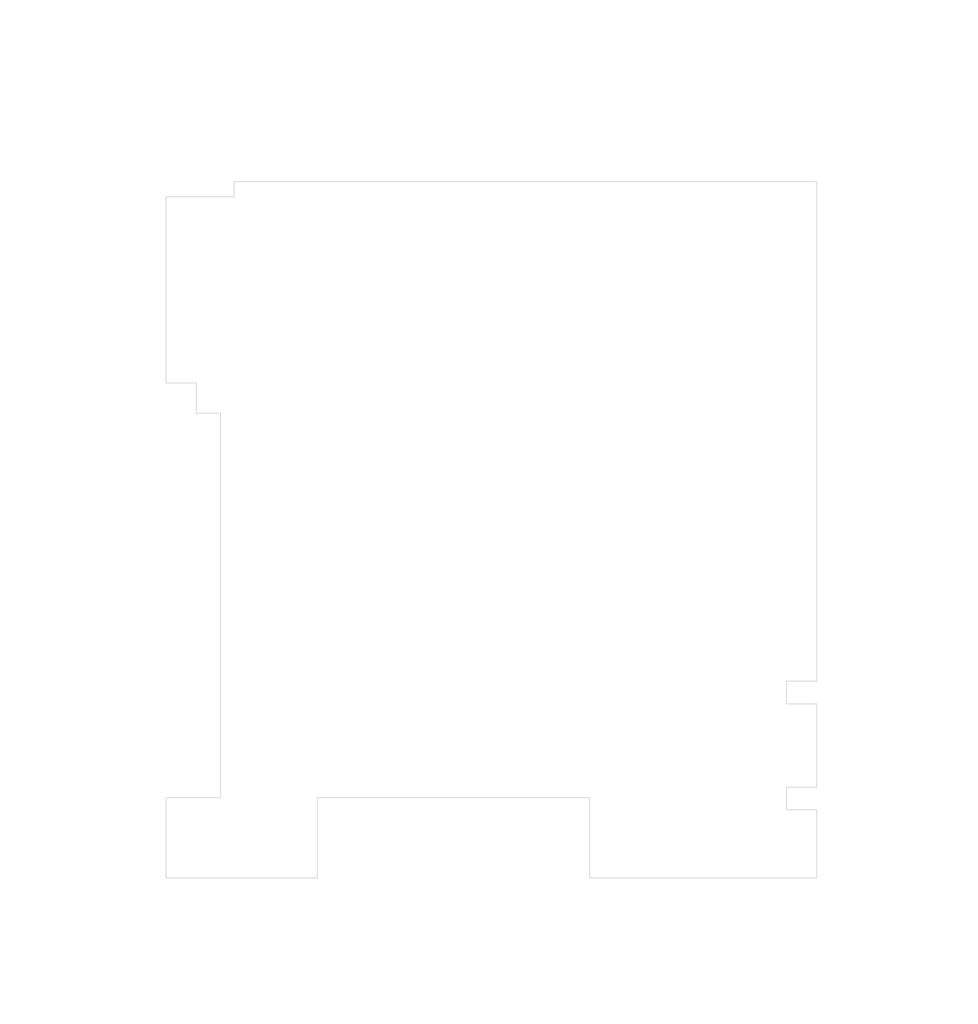
<source format=kicad_pcb>
(kicad_pcb (version 20171130) (host pcbnew "(5.1.5)-3")

  (general
    (thickness 1.6)
    (drawings 37)
    (tracks 0)
    (zones 0)
    (modules 0)
    (nets 1)
  )

  (page A4)
  (layers
    (0 F.Cu signal)
    (31 B.Cu signal)
    (32 B.Adhes user)
    (33 F.Adhes user)
    (34 B.Paste user)
    (35 F.Paste user)
    (36 B.SilkS user)
    (37 F.SilkS user)
    (38 B.Mask user)
    (39 F.Mask user)
    (40 Dwgs.User user)
    (41 Cmts.User user)
    (42 Eco1.User user)
    (43 Eco2.User user)
    (44 Edge.Cuts user)
    (45 Margin user)
    (46 B.CrtYd user)
    (47 F.CrtYd user)
    (48 B.Fab user)
    (49 F.Fab user)
  )

  (setup
    (last_trace_width 0.25)
    (trace_clearance 0.2)
    (zone_clearance 0.508)
    (zone_45_only no)
    (trace_min 0.2)
    (via_size 0.8)
    (via_drill 0.4)
    (via_min_size 0.4)
    (via_min_drill 0.3)
    (uvia_size 0.3)
    (uvia_drill 0.1)
    (uvias_allowed no)
    (uvia_min_size 0.2)
    (uvia_min_drill 0.1)
    (edge_width 0.05)
    (segment_width 0.2)
    (pcb_text_width 0.3)
    (pcb_text_size 1.5 1.5)
    (mod_edge_width 0.12)
    (mod_text_size 1 1)
    (mod_text_width 0.15)
    (pad_size 1.524 1.524)
    (pad_drill 0.762)
    (pad_to_mask_clearance 0.051)
    (solder_mask_min_width 0.25)
    (aux_axis_origin 0 0)
    (visible_elements 7FFFFFFF)
    (pcbplotparams
      (layerselection 0x010fc_ffffffff)
      (usegerberextensions false)
      (usegerberattributes false)
      (usegerberadvancedattributes false)
      (creategerberjobfile false)
      (excludeedgelayer true)
      (linewidth 0.100000)
      (plotframeref false)
      (viasonmask false)
      (mode 1)
      (useauxorigin false)
      (hpglpennumber 1)
      (hpglpenspeed 20)
      (hpglpendiameter 15.000000)
      (psnegative false)
      (psa4output false)
      (plotreference true)
      (plotvalue true)
      (plotinvisibletext false)
      (padsonsilk false)
      (subtractmaskfromsilk false)
      (outputformat 1)
      (mirror false)
      (drillshape 1)
      (scaleselection 1)
      (outputdirectory ""))
  )

  (net 0 "")

  (net_class Default "Esta é a classe de rede padrão."
    (clearance 0.2)
    (trace_width 0.25)
    (via_dia 0.8)
    (via_drill 0.4)
    (uvia_dia 0.3)
    (uvia_drill 0.1)
  )

  (dimension 10 (width 0.15) (layer Dwgs.User)
    (gr_text "10,000 mm" (at 45 95.3) (layer Dwgs.User)
      (effects (font (size 1 1) (thickness 0.15)))
    )
    (feature1 (pts (xy 40 85) (xy 40 94.586421)))
    (feature2 (pts (xy 50 85) (xy 50 94.586421)))
    (crossbar (pts (xy 50 94) (xy 40 94)))
    (arrow1a (pts (xy 40 94) (xy 41.126504 93.413579)))
    (arrow1b (pts (xy 40 94) (xy 41.126504 94.586421)))
    (arrow2a (pts (xy 50 94) (xy 48.873496 93.413579)))
    (arrow2b (pts (xy 50 94) (xy 48.873496 94.586421)))
  )
  (dimension 5.3 (width 0.15) (layer Dwgs.User)
    (gr_text "5,300 mm" (at 34.7 82.35 270) (layer Dwgs.User)
      (effects (font (size 1 1) (thickness 0.15)))
    )
    (feature1 (pts (xy 40 85) (xy 35.413579 85)))
    (feature2 (pts (xy 40 79.7) (xy 35.413579 79.7)))
    (crossbar (pts (xy 36 79.7) (xy 36 85)))
    (arrow1a (pts (xy 36 85) (xy 35.413579 83.873496)))
    (arrow1b (pts (xy 36 85) (xy 36.586421 83.873496)))
    (arrow2a (pts (xy 36 79.7) (xy 35.413579 80.826504)))
    (arrow2b (pts (xy 36 79.7) (xy 36.586421 80.826504)))
  )
  (dimension 12.3 (width 0.15) (layer Dwgs.User)
    (gr_text "12,300 mm" (at 32.7 46.15 270) (layer Dwgs.User)
      (effects (font (size 1 1) (thickness 0.15)))
    )
    (feature1 (pts (xy 40 52.3) (xy 33.413579 52.3)))
    (feature2 (pts (xy 40 40) (xy 33.413579 40)))
    (crossbar (pts (xy 34 40) (xy 34 52.3)))
    (arrow1a (pts (xy 34 52.3) (xy 33.413579 51.173496)))
    (arrow1b (pts (xy 34 52.3) (xy 34.586421 51.173496)))
    (arrow2a (pts (xy 34 40) (xy 33.413579 41.126504)))
    (arrow2b (pts (xy 34 40) (xy 34.586421 41.126504)))
  )
  (dimension 2 (width 0.15) (layer Dwgs.User)
    (gr_text "2,000 mm" (at 49.3 53.3 270) (layer Dwgs.User)
      (effects (font (size 1 1) (thickness 0.15)))
    )
    (feature1 (pts (xy 42 54.3) (xy 48.586421 54.3)))
    (feature2 (pts (xy 42 52.3) (xy 48.586421 52.3)))
    (crossbar (pts (xy 48 52.3) (xy 48 54.3)))
    (arrow1a (pts (xy 48 54.3) (xy 47.413579 53.173496)))
    (arrow1b (pts (xy 48 54.3) (xy 48.586421 53.173496)))
    (arrow2a (pts (xy 48 52.3) (xy 47.413579 53.426504)))
    (arrow2b (pts (xy 48 52.3) (xy 48.586421 53.426504)))
  )
  (dimension 2 (width 0.15) (layer Dwgs.User)
    (gr_text "2,000 mm" (at 41 49.7) (layer Dwgs.User)
      (effects (font (size 1 1) (thickness 0.15)))
    )
    (feature1 (pts (xy 40 52.3) (xy 40 50.413579)))
    (feature2 (pts (xy 42 52.3) (xy 42 50.413579)))
    (crossbar (pts (xy 42 51) (xy 40 51)))
    (arrow1a (pts (xy 40 51) (xy 41.126504 50.413579)))
    (arrow1b (pts (xy 40 51) (xy 41.126504 51.586421)))
    (arrow2a (pts (xy 42 51) (xy 40.873496 50.413579)))
    (arrow2b (pts (xy 42 51) (xy 40.873496 51.586421)))
  )
  (dimension 25.4 (width 0.15) (layer Dwgs.User)
    (gr_text "25,400 mm" (at 48.3 67 270) (layer Dwgs.User)
      (effects (font (size 1 1) (thickness 0.15)))
    )
    (feature1 (pts (xy 43.6 79.7) (xy 47.586421 79.7)))
    (feature2 (pts (xy 43.6 54.3) (xy 47.586421 54.3)))
    (crossbar (pts (xy 47 54.3) (xy 47 79.7)))
    (arrow1a (pts (xy 47 79.7) (xy 46.413579 78.573496)))
    (arrow1b (pts (xy 47 79.7) (xy 47.586421 78.573496)))
    (arrow2a (pts (xy 47 54.3) (xy 46.413579 55.426504)))
    (arrow2b (pts (xy 47 54.3) (xy 47.586421 55.426504)))
  )
  (dimension 5.3 (width 0.15) (layer Dwgs.User)
    (gr_text "5,300 mm" (at 73.3 82.35 270) (layer Dwgs.User)
      (effects (font (size 1 1) (thickness 0.15)))
    )
    (feature1 (pts (xy 68 85) (xy 72.586421 85)))
    (feature2 (pts (xy 68 79.7) (xy 72.586421 79.7)))
    (crossbar (pts (xy 72 79.7) (xy 72 85)))
    (arrow1a (pts (xy 72 85) (xy 71.413579 83.873496)))
    (arrow1b (pts (xy 72 85) (xy 72.586421 83.873496)))
    (arrow2a (pts (xy 72 79.7) (xy 71.413579 80.826504)))
    (arrow2b (pts (xy 72 79.7) (xy 72.586421 80.826504)))
  )
  (dimension 18 (width 0.15) (layer Dwgs.User)
    (gr_text "18,000 mm" (at 59 71.7) (layer Dwgs.User)
      (effects (font (size 1 1) (thickness 0.15)))
    )
    (feature1 (pts (xy 68 79.7) (xy 68 72.413579)))
    (feature2 (pts (xy 50 79.7) (xy 50 72.413579)))
    (crossbar (pts (xy 50 73) (xy 68 73)))
    (arrow1a (pts (xy 68 73) (xy 66.873496 73.586421)))
    (arrow1b (pts (xy 68 73) (xy 66.873496 72.413579)))
    (arrow2a (pts (xy 50 73) (xy 51.126504 73.586421)))
    (arrow2b (pts (xy 50 73) (xy 51.126504 72.413579)))
  )
  (dimension 46 (width 0.15) (layer Dwgs.User)
    (gr_text "46,000 mm" (at 92.3 62 270) (layer Dwgs.User)
      (effects (font (size 1 1) (thickness 0.15)))
    )
    (feature1 (pts (xy 83 85) (xy 91.586421 85)))
    (feature2 (pts (xy 83 39) (xy 91.586421 39)))
    (crossbar (pts (xy 91 39) (xy 91 85)))
    (arrow1a (pts (xy 91 85) (xy 90.413579 83.873496)))
    (arrow1b (pts (xy 91 85) (xy 91.586421 83.873496)))
    (arrow2a (pts (xy 91 39) (xy 90.413579 40.126504)))
    (arrow2b (pts (xy 91 39) (xy 91.586421 40.126504)))
  )
  (dimension 38.5 (width 0.15) (layer Dwgs.User)
    (gr_text "38,500 mm" (at 63.75 32.7) (layer Dwgs.User)
      (effects (font (size 1 1) (thickness 0.15)))
    )
    (feature1 (pts (xy 83 39) (xy 83 33.413579)))
    (feature2 (pts (xy 44.5 39) (xy 44.5 33.413579)))
    (crossbar (pts (xy 44.5 34) (xy 83 34)))
    (arrow1a (pts (xy 83 34) (xy 81.873496 34.586421)))
    (arrow1b (pts (xy 83 34) (xy 81.873496 33.413579)))
    (arrow2a (pts (xy 44.5 34) (xy 45.626504 34.586421)))
    (arrow2b (pts (xy 44.5 34) (xy 45.626504 33.413579)))
  )
  (dimension 43 (width 0.15) (layer Dwgs.User)
    (gr_text "43,000 mm" (at 61.5 27.7) (layer Dwgs.User)
      (effects (font (size 1 1) (thickness 0.15)))
    )
    (feature1 (pts (xy 83 40) (xy 83 28.413579)))
    (feature2 (pts (xy 40 40) (xy 40 28.413579)))
    (crossbar (pts (xy 40 29) (xy 83 29)))
    (arrow1a (pts (xy 83 29) (xy 81.873496 29.586421)))
    (arrow1b (pts (xy 83 29) (xy 81.873496 28.413579)))
    (arrow2a (pts (xy 40 29) (xy 41.126504 29.586421)))
    (arrow2b (pts (xy 40 29) (xy 41.126504 28.413579)))
  )
  (gr_line (start 83 39) (end 75.35 39) (layer Edge.Cuts) (width 0.05) (tstamp 5E5FC67A))
  (gr_line (start 83 72) (end 83 39) (layer Edge.Cuts) (width 0.05))
  (gr_line (start 81 72) (end 83 72) (layer Edge.Cuts) (width 0.05))
  (gr_line (start 81 73.5) (end 81 72) (layer Edge.Cuts) (width 0.05))
  (gr_line (start 83 73.5) (end 81 73.5) (layer Edge.Cuts) (width 0.05))
  (gr_line (start 83 79) (end 83 73.5) (layer Edge.Cuts) (width 0.05))
  (gr_line (start 81 79) (end 83 79) (layer Edge.Cuts) (width 0.05))
  (gr_line (start 81 80.5) (end 81 79) (layer Edge.Cuts) (width 0.05))
  (gr_line (start 83 80.5) (end 81 80.5) (layer Edge.Cuts) (width 0.05))
  (gr_line (start 83 85) (end 83 80.5) (layer Edge.Cuts) (width 0.05))
  (gr_line (start 68 85) (end 83 85) (layer Edge.Cuts) (width 0.05) (tstamp 5E5FC360))
  (gr_line (start 68 79.7) (end 68 85) (layer Edge.Cuts) (width 0.05) (tstamp 5E5FC34B))
  (gr_line (start 50 79.7) (end 68 79.7) (layer Edge.Cuts) (width 0.05))
  (gr_line (start 40 79.7) (end 40 85) (layer Edge.Cuts) (width 0.05) (tstamp 5E5FC2E1))
  (gr_line (start 44.5 39) (end 75.35 39) (layer Edge.Cuts) (width 0.05))
  (gr_line (start 44.5 40) (end 44.5 39) (layer Edge.Cuts) (width 0.05))
  (gr_line (start 40 40) (end 44.5 40) (layer Edge.Cuts) (width 0.05))
  (gr_line (start 40 40) (end 40 40.25) (layer Edge.Cuts) (width 0.05))
  (gr_line (start 40 85) (end 50 85) (layer Edge.Cuts) (width 0.05))
  (gr_line (start 50 79.7) (end 50 85) (layer Edge.Cuts) (width 0.05))
  (gr_line (start 43.6 79.7) (end 40 79.7) (layer Edge.Cuts) (width 0.05))
  (gr_line (start 43.6 54.3) (end 43.6 79.7) (layer Edge.Cuts) (width 0.05))
  (gr_line (start 42 54.3) (end 43.6 54.3) (layer Edge.Cuts) (width 0.05))
  (gr_line (start 42 52.3) (end 42 54.3) (layer Edge.Cuts) (width 0.05))
  (gr_line (start 40 52.3) (end 42 52.3) (layer Edge.Cuts) (width 0.05))
  (gr_line (start 40 40) (end 40 52.3) (layer Edge.Cuts) (width 0.05))

)

</source>
